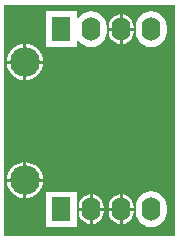
<source format=gbl>
G04 Layer_Physical_Order=2*
G04 Layer_Color=16711680*
%FSLAX25Y25*%
%MOIN*%
G70*
G01*
G75*
%ADD16O,0.06299X0.07874*%
%ADD17R,0.06299X0.07874*%
%ADD18C,0.09937*%
G36*
X58000Y1000D02*
X1000D01*
Y78000D01*
X58000D01*
Y1000D01*
D02*
G37*
%LPC*%
G36*
X30500Y14907D02*
Y10500D01*
X34185D01*
Y10787D01*
X34043Y11871D01*
X33625Y12880D01*
X32959Y13747D01*
X32093Y14412D01*
X31083Y14830D01*
X30500Y14907D01*
D02*
G37*
G36*
X29500D02*
X28917Y14830D01*
X27907Y14412D01*
X27040Y13747D01*
X26375Y12880D01*
X25957Y11871D01*
X25815Y10787D01*
Y10500D01*
X29500D01*
Y14907D01*
D02*
G37*
G36*
X39500D02*
X38917Y14830D01*
X37907Y14412D01*
X37040Y13747D01*
X36375Y12880D01*
X35957Y11871D01*
X35815Y10787D01*
Y10500D01*
X39500D01*
Y14907D01*
D02*
G37*
G36*
X7374Y19185D02*
X1926D01*
X1992Y18515D01*
X2333Y17390D01*
X2887Y16353D01*
X3633Y15444D01*
X4542Y14698D01*
X5579Y14144D01*
X6704Y13803D01*
X7374Y13737D01*
Y19185D01*
D02*
G37*
G36*
X40500Y14907D02*
Y10500D01*
X44185D01*
Y10787D01*
X44043Y11871D01*
X43625Y12880D01*
X42959Y13747D01*
X42093Y14412D01*
X41083Y14830D01*
X40500Y14907D01*
D02*
G37*
G36*
X44185Y9500D02*
X40500D01*
Y5093D01*
X41083Y5170D01*
X42093Y5588D01*
X42959Y6253D01*
X43625Y7120D01*
X44043Y8129D01*
X44185Y9213D01*
Y9500D01*
D02*
G37*
G36*
X25118Y15905D02*
X14882D01*
Y4095D01*
X25118D01*
Y15905D01*
D02*
G37*
G36*
X50000Y15950D02*
X48664Y15774D01*
X47419Y15258D01*
X46350Y14438D01*
X45529Y13368D01*
X45014Y12123D01*
X44838Y10787D01*
Y9213D01*
X45014Y7876D01*
X45529Y6632D01*
X46350Y5562D01*
X47419Y4742D01*
X48664Y4226D01*
X50000Y4050D01*
X51336Y4226D01*
X52581Y4742D01*
X53650Y5562D01*
X54471Y6632D01*
X54986Y7876D01*
X55162Y9213D01*
Y10787D01*
X54986Y12123D01*
X54471Y13368D01*
X53650Y14438D01*
X52581Y15258D01*
X51336Y15774D01*
X50000Y15950D01*
D02*
G37*
G36*
X29500Y9500D02*
X25815D01*
Y9213D01*
X25957Y8129D01*
X26375Y7120D01*
X27040Y6253D01*
X27907Y5588D01*
X28917Y5170D01*
X29500Y5093D01*
Y9500D01*
D02*
G37*
G36*
X39500D02*
X35815D01*
Y9213D01*
X35957Y8129D01*
X36375Y7120D01*
X37040Y6253D01*
X37907Y5588D01*
X38917Y5170D01*
X39500Y5093D01*
Y9500D01*
D02*
G37*
G36*
X34185D02*
X30500D01*
Y5093D01*
X31083Y5170D01*
X32093Y5588D01*
X32959Y6253D01*
X33625Y7120D01*
X34043Y8129D01*
X34185Y9213D01*
Y9500D01*
D02*
G37*
G36*
X13822Y19185D02*
X8374D01*
Y13737D01*
X9044Y13803D01*
X10169Y14144D01*
X11206Y14698D01*
X12115Y15444D01*
X12861Y16353D01*
X13415Y17390D01*
X13756Y18515D01*
X13822Y19185D01*
D02*
G37*
G36*
X44185Y69500D02*
X40500D01*
Y65093D01*
X41083Y65170D01*
X42093Y65588D01*
X42959Y66253D01*
X43625Y67120D01*
X44043Y68129D01*
X44185Y69213D01*
Y69500D01*
D02*
G37*
G36*
X39500D02*
X35815D01*
Y69213D01*
X35957Y68129D01*
X36375Y67120D01*
X37040Y66253D01*
X37907Y65588D01*
X38917Y65170D01*
X39500Y65093D01*
Y69500D01*
D02*
G37*
G36*
X50000Y75950D02*
X48664Y75774D01*
X47419Y75258D01*
X46350Y74438D01*
X45529Y73369D01*
X45014Y72123D01*
X44838Y70787D01*
Y69213D01*
X45014Y67876D01*
X45529Y66632D01*
X46350Y65562D01*
X47419Y64742D01*
X48664Y64226D01*
X50000Y64050D01*
X51336Y64226D01*
X52581Y64742D01*
X53650Y65562D01*
X54471Y66632D01*
X54986Y67876D01*
X55162Y69213D01*
Y70787D01*
X54986Y72123D01*
X54471Y73369D01*
X53650Y74438D01*
X52581Y75258D01*
X51336Y75774D01*
X50000Y75950D01*
D02*
G37*
G36*
X30000D02*
X28664Y75774D01*
X27419Y75258D01*
X26350Y74438D01*
X25618Y73484D01*
X25118Y73619D01*
Y75906D01*
X14882D01*
Y64095D01*
X25118D01*
Y66382D01*
X25618Y66516D01*
X26350Y65562D01*
X27419Y64742D01*
X28664Y64226D01*
X30000Y64050D01*
X31336Y64226D01*
X32581Y64742D01*
X33650Y65562D01*
X34471Y66632D01*
X34986Y67876D01*
X35162Y69213D01*
Y70787D01*
X34986Y72123D01*
X34471Y73369D01*
X33650Y74438D01*
X32581Y75258D01*
X31336Y75774D01*
X30000Y75950D01*
D02*
G37*
G36*
X40500Y74907D02*
Y70500D01*
X44185D01*
Y70787D01*
X44043Y71871D01*
X43625Y72880D01*
X42959Y73747D01*
X42093Y74412D01*
X41083Y74830D01*
X40500Y74907D01*
D02*
G37*
G36*
X39500D02*
X38917Y74830D01*
X37907Y74412D01*
X37040Y73747D01*
X36375Y72880D01*
X35957Y71871D01*
X35815Y70787D01*
Y70500D01*
X39500D01*
Y74907D01*
D02*
G37*
G36*
X7374Y58555D02*
X1926D01*
X1992Y57885D01*
X2333Y56760D01*
X2887Y55723D01*
X3633Y54814D01*
X4542Y54068D01*
X5579Y53514D01*
X6704Y53173D01*
X7374Y53107D01*
Y58555D01*
D02*
G37*
G36*
X8374Y25633D02*
Y20185D01*
X13822D01*
X13756Y20855D01*
X13415Y21980D01*
X12861Y23017D01*
X12115Y23926D01*
X11206Y24672D01*
X10169Y25226D01*
X9044Y25567D01*
X8374Y25633D01*
D02*
G37*
G36*
X7374D02*
X6704Y25567D01*
X5579Y25226D01*
X4542Y24672D01*
X3633Y23926D01*
X2887Y23017D01*
X2333Y21980D01*
X1992Y20855D01*
X1926Y20185D01*
X7374D01*
Y25633D01*
D02*
G37*
G36*
X8374Y65003D02*
Y59555D01*
X13822D01*
X13756Y60225D01*
X13415Y61350D01*
X12861Y62387D01*
X12115Y63296D01*
X11206Y64042D01*
X10169Y64596D01*
X9044Y64937D01*
X8374Y65003D01*
D02*
G37*
G36*
X7374D02*
X6704Y64937D01*
X5579Y64596D01*
X4542Y64042D01*
X3633Y63296D01*
X2887Y62387D01*
X2333Y61350D01*
X1992Y60225D01*
X1926Y59555D01*
X7374D01*
Y65003D01*
D02*
G37*
G36*
X13822Y58555D02*
X8374D01*
Y53107D01*
X9044Y53173D01*
X10169Y53514D01*
X11206Y54068D01*
X12115Y54814D01*
X12861Y55723D01*
X13415Y56760D01*
X13756Y57885D01*
X13822Y58555D01*
D02*
G37*
%LPD*%
D16*
X30000Y10000D02*
D03*
X40000D02*
D03*
X50000D02*
D03*
X30000Y70000D02*
D03*
X40000D02*
D03*
X50000D02*
D03*
D17*
X20000Y10000D02*
D03*
Y70000D02*
D03*
D18*
X7874Y59055D02*
D03*
Y19685D02*
D03*
M02*

</source>
